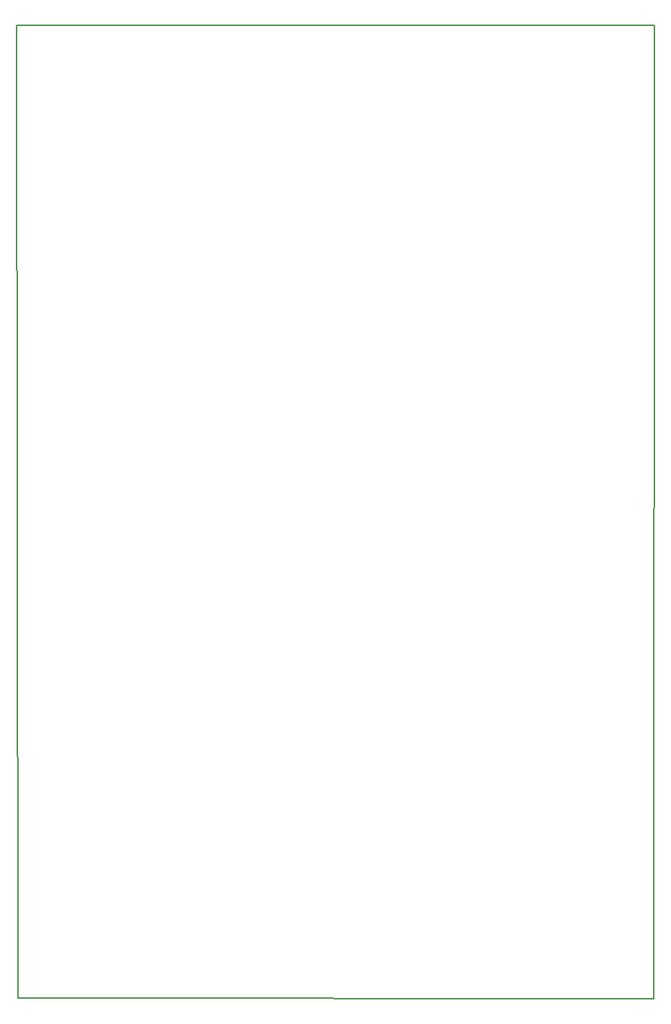
<source format=gbr>
G04 #@! TF.GenerationSoftware,KiCad,Pcbnew,5.0.2-bee76a0~70~ubuntu18.04.1*
G04 #@! TF.CreationDate,2019-05-13T15:11:37-07:00*
G04 #@! TF.ProjectId,Half_Shield,48616c66-5f53-4686-9965-6c642e6b6963,rev?*
G04 #@! TF.SameCoordinates,Original*
G04 #@! TF.FileFunction,Profile,NP*
%FSLAX46Y46*%
G04 Gerber Fmt 4.6, Leading zero omitted, Abs format (unit mm)*
G04 Created by KiCad (PCBNEW 5.0.2-bee76a0~70~ubuntu18.04.1) date Mon 13 May 2019 03:11:37 PM PDT*
%MOMM*%
%LPD*%
G01*
G04 APERTURE LIST*
%ADD10C,0.200000*%
G04 APERTURE END LIST*
D10*
X106984800Y-146558000D02*
X106883200Y-32410400D01*
X181660800Y-146608800D02*
X106984800Y-146558000D01*
X181762400Y-32410400D02*
X181660800Y-146608800D01*
X106883200Y-32410400D02*
X181762400Y-32410400D01*
M02*

</source>
